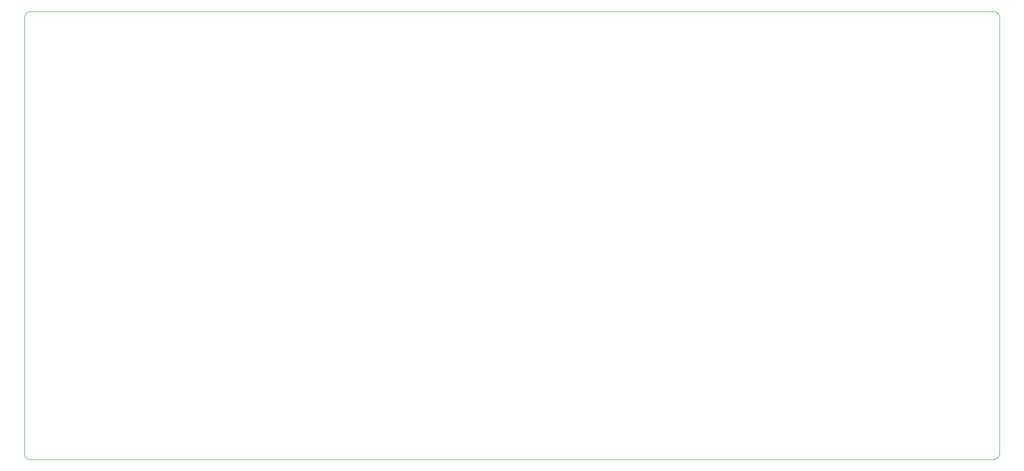
<source format=gbr>
%TF.GenerationSoftware,KiCad,Pcbnew,(7.0.0)*%
%TF.CreationDate,2024-11-11T13:13:17+03:00*%
%TF.ProjectId,04. Keyboard 6x4 Matrix,30342e20-4b65-4796-926f-617264203678,rev?*%
%TF.SameCoordinates,PX24bd848PY898b2e8*%
%TF.FileFunction,Profile,NP*%
%FSLAX46Y46*%
G04 Gerber Fmt 4.6, Leading zero omitted, Abs format (unit mm)*
G04 Created by KiCad (PCBNEW (7.0.0)) date 2024-11-11 13:13:17*
%MOMM*%
%LPD*%
G01*
G04 APERTURE LIST*
%TA.AperFunction,Profile*%
%ADD10C,0.100000*%
%TD*%
G04 APERTURE END LIST*
D10*
X7112Y81125000D02*
X7112Y1000000D01*
X1007112Y0D02*
X177435789Y10787D01*
X177435789Y82135787D02*
X1007112Y82125000D01*
X178435789Y1010787D02*
X178435789Y81135787D01*
X178435787Y81135787D02*
G75*
G03*
X177435789Y82135787I-999987J13D01*
G01*
X7100Y1000000D02*
G75*
G03*
X1007112Y0I1000000J0D01*
G01*
X177435789Y10811D02*
G75*
G03*
X178435789Y1010787I11J999989D01*
G01*
X1007112Y82124988D02*
G75*
G03*
X7112Y81125000I-12J-999988D01*
G01*
M02*

</source>
